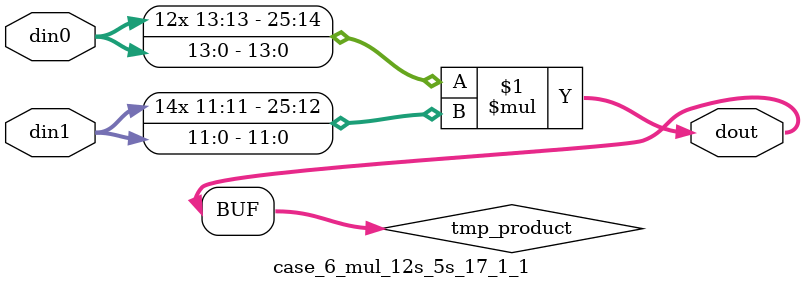
<source format=v>

`timescale 1 ns / 1 ps

 (* use_dsp = "no" *)  module case_6_mul_12s_5s_17_1_1(din0, din1, dout);
parameter ID = 1;
parameter NUM_STAGE = 0;
parameter din0_WIDTH = 14;
parameter din1_WIDTH = 12;
parameter dout_WIDTH = 26;

input [din0_WIDTH - 1 : 0] din0; 
input [din1_WIDTH - 1 : 0] din1; 
output [dout_WIDTH - 1 : 0] dout;

wire signed [dout_WIDTH - 1 : 0] tmp_product;



























assign tmp_product = $signed(din0) * $signed(din1);








assign dout = tmp_product;





















endmodule

</source>
